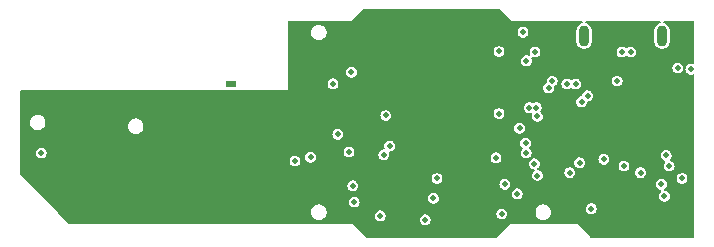
<source format=gbr>
%TF.GenerationSoftware,KiCad,Pcbnew,8.0.1*%
%TF.CreationDate,2024-10-15T00:35:35+02:00*%
%TF.ProjectId,InsuDos,496e7375-446f-4732-9e6b-696361645f70,rev?*%
%TF.SameCoordinates,Original*%
%TF.FileFunction,Copper,L3,Inr*%
%TF.FilePolarity,Positive*%
%FSLAX46Y46*%
G04 Gerber Fmt 4.6, Leading zero omitted, Abs format (unit mm)*
G04 Created by KiCad (PCBNEW 8.0.1) date 2024-10-15 00:35:35*
%MOMM*%
%LPD*%
G01*
G04 APERTURE LIST*
%TA.AperFunction,ComponentPad*%
%ADD10O,0.900000X1.800000*%
%TD*%
%TA.AperFunction,ComponentPad*%
%ADD11C,2.600000*%
%TD*%
%TA.AperFunction,ComponentPad*%
%ADD12R,0.900000X0.600000*%
%TD*%
%TA.AperFunction,ViaPad*%
%ADD13C,0.510000*%
%TD*%
G04 APERTURE END LIST*
D10*
%TO.N,Net-(J2-Shield)*%
%TO.C,J2*%
X77050000Y-157670500D03*
X70450000Y-157670500D03*
%TD*%
D11*
%TO.N,GND*%
%TO.C,H1*%
X28500000Y-165000000D03*
%TD*%
D12*
%TO.N,GND*%
%TO.C,AE1*%
X40600000Y-161750000D03*
%TD*%
D13*
%TO.N,GND*%
X52500000Y-170700000D03*
X46050000Y-170050000D03*
X45300000Y-171050000D03*
X28400000Y-168800000D03*
X26750000Y-172900000D03*
X78000000Y-167500000D03*
X67700000Y-173200000D03*
X65750000Y-164750000D03*
X72000000Y-161000000D03*
X79250000Y-174250000D03*
X25500000Y-171750000D03*
X31000000Y-170000000D03*
X29385713Y-162700000D03*
X40200000Y-172900000D03*
X68800000Y-156800000D03*
X73806702Y-169940000D03*
X64750000Y-159750000D03*
X30500000Y-166250000D03*
X25328571Y-162700000D03*
X56000000Y-166062500D03*
X79400000Y-162000000D03*
X34100000Y-168300000D03*
X62250000Y-174500000D03*
X27200000Y-170200000D03*
X44229032Y-163000000D03*
X29000000Y-169800000D03*
X36000000Y-163800000D03*
X56000000Y-164875000D03*
X38750000Y-164250000D03*
X39000000Y-167000000D03*
X42100000Y-168300000D03*
X42200000Y-171100000D03*
X30900000Y-164300000D03*
X50500000Y-163250000D03*
X76000000Y-174250000D03*
X48500000Y-169200000D03*
X51000000Y-158000000D03*
X76250000Y-173250000D03*
X34500000Y-169750000D03*
X70750000Y-168000000D03*
X78250000Y-169250000D03*
X46900000Y-158600000D03*
X61750000Y-173750000D03*
X67000000Y-167250000D03*
X58600000Y-174500000D03*
X33700000Y-172900000D03*
X45200000Y-168700000D03*
X23100000Y-169000000D03*
X79500000Y-171000000D03*
X45400000Y-172900000D03*
X66500000Y-162500000D03*
X70700000Y-173700000D03*
X69750000Y-170250000D03*
X62750000Y-170500000D03*
X31200000Y-172900000D03*
X60425000Y-174500000D03*
X26400000Y-163900000D03*
X45750000Y-161250000D03*
X39200000Y-170700000D03*
X66300000Y-170550000D03*
X55750000Y-160250000D03*
X23100000Y-162700000D03*
X51250000Y-169500000D03*
X65500000Y-168250000D03*
X70500000Y-162000000D03*
X43187500Y-164500000D03*
X55000000Y-155800000D03*
X63500000Y-173750000D03*
X73000000Y-159050000D03*
X53000000Y-161500000D03*
X29800000Y-170600000D03*
X41000000Y-169750000D03*
X60750000Y-163687500D03*
X45800000Y-157050000D03*
X32400000Y-163400000D03*
X63800000Y-161300000D03*
X79545000Y-157600000D03*
X40050000Y-163050000D03*
X56000000Y-163687500D03*
X45000000Y-165000000D03*
X60750000Y-167250000D03*
X79400000Y-164600000D03*
X47400000Y-173300000D03*
X79250000Y-167000000D03*
X52250000Y-174500000D03*
X56000000Y-167250000D03*
X44100000Y-172900000D03*
X42750000Y-165750000D03*
X32000000Y-171000000D03*
X63250000Y-160000000D03*
X57000000Y-156500000D03*
X56000000Y-172500000D03*
X44250000Y-164500000D03*
X44250000Y-165750000D03*
X79500000Y-168500000D03*
X43264516Y-163000000D03*
X37250000Y-165500000D03*
X67800000Y-158000000D03*
X35471426Y-162700000D03*
X36250000Y-164500000D03*
X42300000Y-163000000D03*
X25900000Y-168700000D03*
X37250000Y-167000000D03*
X79500000Y-169750000D03*
X48750000Y-163000000D03*
X48500000Y-166000000D03*
X45750000Y-159750000D03*
X72250000Y-167000000D03*
X39000000Y-165500000D03*
X54000000Y-174500000D03*
X31414284Y-162700000D03*
X26100000Y-166200000D03*
X24250000Y-170250000D03*
X42000000Y-172900000D03*
X27357142Y-162700000D03*
X38000000Y-163500000D03*
X60750000Y-166062500D03*
X52500000Y-165250000D03*
X30800000Y-171600000D03*
X47050000Y-171200000D03*
X62050000Y-161300000D03*
X23100000Y-164800000D03*
X37500000Y-162700000D03*
X64500000Y-167000000D03*
X47800000Y-159900000D03*
X69750000Y-159000000D03*
X75000000Y-164000000D03*
X33442855Y-162700000D03*
X40800000Y-163050000D03*
X78000000Y-170500000D03*
X62000000Y-157000000D03*
X63250000Y-156750000D03*
X31250000Y-168500000D03*
X41500000Y-166900000D03*
X54000000Y-161500000D03*
X58250000Y-165000000D03*
X49500000Y-170500000D03*
X41062500Y-164500000D03*
X70250000Y-172750000D03*
X61000000Y-156500000D03*
X40000000Y-164500000D03*
X72500000Y-172750000D03*
X60750000Y-162500000D03*
X35000000Y-165400000D03*
X62750000Y-155750000D03*
X60155000Y-169750000D03*
X45750000Y-158500000D03*
X42125000Y-164500000D03*
X28700000Y-172900000D03*
X62750000Y-172500000D03*
X75250000Y-170250000D03*
X59500000Y-172500000D03*
X56750000Y-172500000D03*
X52450000Y-156500000D03*
X37250000Y-169750000D03*
X37950000Y-172900000D03*
X65000000Y-169750000D03*
X27750000Y-167750000D03*
X37250000Y-168500000D03*
X78000000Y-172500000D03*
X30200000Y-169200000D03*
X32500000Y-168250000D03*
X52500000Y-163000000D03*
X53250000Y-158500000D03*
X66750000Y-166000000D03*
X63000000Y-169250000D03*
X45193550Y-163000000D03*
X75100000Y-159050000D03*
X47500000Y-160500000D03*
X66300000Y-173300000D03*
X60000000Y-173750000D03*
X56750000Y-159750000D03*
X48500000Y-164750000D03*
X34200000Y-163800000D03*
X50000000Y-164750000D03*
X40500000Y-165750000D03*
X54000000Y-163000000D03*
X79500000Y-172250000D03*
X57750000Y-157250000D03*
X39000000Y-168500000D03*
X34250000Y-166250000D03*
X60750000Y-164875000D03*
X37400000Y-164500000D03*
X65550000Y-159050000D03*
X28700000Y-171500000D03*
X66800000Y-156800000D03*
X51000000Y-164750000D03*
X56000000Y-162500000D03*
X51000000Y-157100000D03*
X35950000Y-172900000D03*
X23100000Y-167600000D03*
%TO.N,Net-(U3-bat)*%
X70250000Y-163250000D03*
X70750000Y-162750000D03*
%TO.N,/ldo*%
X50750000Y-160750000D03*
X63250000Y-159000000D03*
X72125000Y-168125000D03*
X63000000Y-168000000D03*
X66400000Y-163750000D03*
X57690150Y-171420181D03*
X53668651Y-164418651D03*
X65800000Y-163750000D03*
X73840100Y-168699900D03*
%TO.N,/RST*%
X63750000Y-170250000D03*
X58000000Y-169750000D03*
X66500000Y-169500000D03*
%TO.N,/5v*%
X78400000Y-160400000D03*
X79500000Y-160500000D03*
%TO.N,/M_clk*%
X47300000Y-167957700D03*
%TO.N,/M_data*%
X45978272Y-168262212D03*
%TO.N,/chg*%
X65567445Y-159782555D03*
X67446181Y-162095000D03*
%TO.N,Net-(U3-bms)*%
X69750000Y-161750000D03*
X57000000Y-173250000D03*
%TO.N,/PWR_Mic*%
X50550000Y-167500000D03*
%TO.N,Net-(J2-ID)*%
X73250000Y-161500000D03*
%TO.N,/enter*%
X63500000Y-172750000D03*
X53200000Y-172900000D03*
%TO.N,Net-(BZ1-+)*%
X49600000Y-166000000D03*
%TO.N,/dose*%
X24500000Y-167600000D03*
%TO.N,Net-(U3-ntc)*%
X65285080Y-157370398D03*
X69000000Y-161750000D03*
%TO.N,/swclk*%
X63250000Y-164255000D03*
X66500000Y-164500000D03*
%TO.N,/USB_P*%
X73670000Y-159050000D03*
%TO.N,/USB_N*%
X74416550Y-159050000D03*
%TO.N,/cen*%
X66300000Y-159050000D03*
X67750000Y-161500000D03*
%TO.N,/res*%
X77000000Y-170250000D03*
%TO.N,/dc*%
X66250000Y-168500000D03*
X65500000Y-166750000D03*
X78750000Y-169750000D03*
%TO.N,/busy*%
X71050000Y-172300000D03*
X64800000Y-171050000D03*
X77250000Y-171250000D03*
%TO.N,/cs*%
X69250000Y-169250000D03*
X75250000Y-169250000D03*
X65000000Y-165500000D03*
%TO.N,/D_sclk*%
X77659676Y-168704838D03*
%TO.N,/D_Mosi*%
X65548380Y-167591773D03*
X70082341Y-168417659D03*
X77409676Y-167795162D03*
%TO.N,/dose*%
X50875000Y-170375000D03*
%TO.N,Net-(U4-PA5)*%
X51000000Y-171750000D03*
X53500000Y-167745000D03*
%TO.N,Net-(U4-PA6)*%
X49198988Y-161727247D03*
X54000000Y-167000000D03*
%TD*%
%TA.AperFunction,Conductor*%
%TO.N,GND*%
G36*
X63334133Y-155419407D02*
G01*
X63345946Y-155429496D01*
X64286426Y-156369976D01*
X64286427Y-156369976D01*
X64286428Y-156369977D01*
X64360117Y-156400500D01*
X64360118Y-156400500D01*
X64439883Y-156400500D01*
X70234029Y-156400500D01*
X70292220Y-156419407D01*
X70328184Y-156468907D01*
X70328184Y-156530093D01*
X70292220Y-156579593D01*
X70262770Y-156594236D01*
X70260259Y-156594997D01*
X70141874Y-156644034D01*
X70141866Y-156644038D01*
X70035331Y-156715224D01*
X70035327Y-156715227D01*
X69944727Y-156805827D01*
X69944725Y-156805830D01*
X69873538Y-156912366D01*
X69873534Y-156912374D01*
X69824500Y-157030752D01*
X69824499Y-157030755D01*
X69824499Y-157030756D01*
X69816320Y-157071873D01*
X69799500Y-157156430D01*
X69799500Y-158184569D01*
X69824499Y-158310242D01*
X69824500Y-158310247D01*
X69873534Y-158428625D01*
X69873538Y-158428633D01*
X69916365Y-158492726D01*
X69944724Y-158535169D01*
X70035331Y-158625776D01*
X70074903Y-158652217D01*
X70141866Y-158696961D01*
X70141870Y-158696963D01*
X70141873Y-158696965D01*
X70260256Y-158746001D01*
X70385931Y-158771000D01*
X70385932Y-158771000D01*
X70514068Y-158771000D01*
X70514069Y-158771000D01*
X70639744Y-158746001D01*
X70758127Y-158696965D01*
X70864669Y-158625776D01*
X70955276Y-158535169D01*
X71026465Y-158428627D01*
X71075501Y-158310244D01*
X71100500Y-158184569D01*
X71100500Y-157156431D01*
X71075501Y-157030756D01*
X71026465Y-156912373D01*
X71026463Y-156912370D01*
X71026461Y-156912366D01*
X70955275Y-156805830D01*
X70864672Y-156715227D01*
X70864669Y-156715224D01*
X70822226Y-156686865D01*
X70758133Y-156644038D01*
X70758125Y-156644034D01*
X70639740Y-156594997D01*
X70637230Y-156594236D01*
X70636245Y-156593550D01*
X70635251Y-156593138D01*
X70635341Y-156592919D01*
X70587035Y-156559250D01*
X70566990Y-156501441D01*
X70584753Y-156442891D01*
X70633538Y-156405963D01*
X70665971Y-156400500D01*
X76834029Y-156400500D01*
X76892220Y-156419407D01*
X76928184Y-156468907D01*
X76928184Y-156530093D01*
X76892220Y-156579593D01*
X76862770Y-156594236D01*
X76860259Y-156594997D01*
X76741874Y-156644034D01*
X76741866Y-156644038D01*
X76635331Y-156715224D01*
X76635327Y-156715227D01*
X76544727Y-156805827D01*
X76544725Y-156805830D01*
X76473538Y-156912366D01*
X76473534Y-156912374D01*
X76424500Y-157030752D01*
X76424499Y-157030755D01*
X76424499Y-157030756D01*
X76416320Y-157071873D01*
X76399500Y-157156430D01*
X76399500Y-158184569D01*
X76424499Y-158310242D01*
X76424500Y-158310247D01*
X76473534Y-158428625D01*
X76473538Y-158428633D01*
X76516365Y-158492726D01*
X76544724Y-158535169D01*
X76635331Y-158625776D01*
X76674903Y-158652217D01*
X76741866Y-158696961D01*
X76741870Y-158696963D01*
X76741873Y-158696965D01*
X76860256Y-158746001D01*
X76985931Y-158771000D01*
X76985932Y-158771000D01*
X77114068Y-158771000D01*
X77114069Y-158771000D01*
X77239744Y-158746001D01*
X77358127Y-158696965D01*
X77464669Y-158625776D01*
X77555276Y-158535169D01*
X77626465Y-158428627D01*
X77675501Y-158310244D01*
X77700500Y-158184569D01*
X77700500Y-157156431D01*
X77675501Y-157030756D01*
X77626465Y-156912373D01*
X77626463Y-156912370D01*
X77626461Y-156912366D01*
X77555275Y-156805830D01*
X77464672Y-156715227D01*
X77464669Y-156715224D01*
X77422226Y-156686865D01*
X77358133Y-156644038D01*
X77358125Y-156644034D01*
X77239740Y-156594997D01*
X77237230Y-156594236D01*
X77236245Y-156593550D01*
X77235251Y-156593138D01*
X77235341Y-156592919D01*
X77187035Y-156559250D01*
X77166990Y-156501441D01*
X77184753Y-156442891D01*
X77233538Y-156405963D01*
X77265971Y-156400500D01*
X79700500Y-156400500D01*
X79758691Y-156419407D01*
X79794655Y-156468907D01*
X79799500Y-156499500D01*
X79799500Y-159980962D01*
X79780593Y-160039153D01*
X79731093Y-160075117D01*
X79672609Y-160075952D01*
X79565494Y-160044500D01*
X79565491Y-160044500D01*
X79434509Y-160044500D01*
X79434507Y-160044500D01*
X79308833Y-160081402D01*
X79308828Y-160081404D01*
X79198648Y-160152213D01*
X79198643Y-160152217D01*
X79112869Y-160251205D01*
X79058456Y-160370351D01*
X79055180Y-160393134D01*
X79028182Y-160448041D01*
X79011783Y-160456693D01*
X79030370Y-160474756D01*
X79040803Y-160506868D01*
X79058456Y-160629648D01*
X79067200Y-160648794D01*
X79112869Y-160748794D01*
X79198644Y-160847784D01*
X79308833Y-160918598D01*
X79434509Y-160955500D01*
X79434510Y-160955500D01*
X79565490Y-160955500D01*
X79565491Y-160955500D01*
X79672609Y-160924047D01*
X79733768Y-160925794D01*
X79782221Y-160963157D01*
X79799500Y-161019037D01*
X79799500Y-174700500D01*
X79780593Y-174758691D01*
X79731093Y-174794655D01*
X79700500Y-174799500D01*
X71124058Y-174799500D01*
X71065867Y-174780593D01*
X71054054Y-174770504D01*
X70984050Y-174700500D01*
X69913574Y-173630024D01*
X69913572Y-173630023D01*
X69913571Y-173630022D01*
X69839883Y-173599500D01*
X69839882Y-173599500D01*
X64339882Y-173599500D01*
X64260118Y-173599500D01*
X64260117Y-173599500D01*
X64186428Y-173630022D01*
X63045946Y-174770504D01*
X62991429Y-174798281D01*
X62975942Y-174799500D01*
X52124058Y-174799500D01*
X52065867Y-174780593D01*
X52054054Y-174770504D01*
X51984050Y-174700500D01*
X50913574Y-173630024D01*
X50913572Y-173630023D01*
X50913571Y-173630022D01*
X50839883Y-173599500D01*
X50839882Y-173599500D01*
X26924058Y-173599500D01*
X26865867Y-173580593D01*
X26854054Y-173570504D01*
X25947619Y-172664069D01*
X47349500Y-172664069D01*
X47370641Y-172770351D01*
X47374499Y-172789742D01*
X47374500Y-172789747D01*
X47423534Y-172908125D01*
X47423538Y-172908133D01*
X47466365Y-172972226D01*
X47494724Y-173014669D01*
X47585331Y-173105276D01*
X47648848Y-173147717D01*
X47691866Y-173176461D01*
X47691870Y-173176463D01*
X47691873Y-173176465D01*
X47810256Y-173225501D01*
X47935931Y-173250500D01*
X47935932Y-173250500D01*
X48064068Y-173250500D01*
X48064069Y-173250500D01*
X48189744Y-173225501D01*
X48308127Y-173176465D01*
X48414669Y-173105276D01*
X48505276Y-173014669D01*
X48576465Y-172908127D01*
X48579830Y-172900002D01*
X52739816Y-172900002D01*
X52758456Y-173029648D01*
X52789572Y-173097782D01*
X52812869Y-173148794D01*
X52898644Y-173247784D01*
X53008833Y-173318598D01*
X53134509Y-173355500D01*
X53134510Y-173355500D01*
X53265490Y-173355500D01*
X53265491Y-173355500D01*
X53391167Y-173318598D01*
X53497905Y-173250002D01*
X56539816Y-173250002D01*
X56558456Y-173379648D01*
X56612869Y-173498794D01*
X56698644Y-173597784D01*
X56808833Y-173668598D01*
X56934509Y-173705500D01*
X56934510Y-173705500D01*
X57065490Y-173705500D01*
X57065491Y-173705500D01*
X57191167Y-173668598D01*
X57301356Y-173597784D01*
X57387131Y-173498794D01*
X57441543Y-173379649D01*
X57460112Y-173250500D01*
X57460184Y-173250002D01*
X57460184Y-173249997D01*
X57441543Y-173120351D01*
X57431236Y-173097782D01*
X57387131Y-173001206D01*
X57301356Y-172902216D01*
X57266239Y-172879648D01*
X57191171Y-172831404D01*
X57191168Y-172831403D01*
X57191167Y-172831402D01*
X57128329Y-172812951D01*
X57065492Y-172794500D01*
X57065491Y-172794500D01*
X56934509Y-172794500D01*
X56934507Y-172794500D01*
X56808833Y-172831402D01*
X56808828Y-172831404D01*
X56698648Y-172902213D01*
X56698643Y-172902217D01*
X56612869Y-173001205D01*
X56558456Y-173120351D01*
X56539816Y-173249997D01*
X56539816Y-173250002D01*
X53497905Y-173250002D01*
X53501356Y-173247784D01*
X53587131Y-173148794D01*
X53641543Y-173029649D01*
X53659015Y-172908133D01*
X53660184Y-172900002D01*
X53660184Y-172899997D01*
X53641543Y-172770351D01*
X53632250Y-172750002D01*
X63039816Y-172750002D01*
X63058456Y-172879648D01*
X63071465Y-172908133D01*
X63112869Y-172998794D01*
X63198644Y-173097784D01*
X63308833Y-173168598D01*
X63434509Y-173205500D01*
X63434510Y-173205500D01*
X63565490Y-173205500D01*
X63565491Y-173205500D01*
X63691167Y-173168598D01*
X63801356Y-173097784D01*
X63887131Y-172998794D01*
X63941543Y-172879649D01*
X63959393Y-172755500D01*
X63960184Y-172750002D01*
X63960184Y-172749997D01*
X63947829Y-172664069D01*
X66349500Y-172664069D01*
X66370641Y-172770351D01*
X66374499Y-172789742D01*
X66374500Y-172789747D01*
X66423534Y-172908125D01*
X66423538Y-172908133D01*
X66466365Y-172972226D01*
X66494724Y-173014669D01*
X66585331Y-173105276D01*
X66648848Y-173147717D01*
X66691866Y-173176461D01*
X66691870Y-173176463D01*
X66691873Y-173176465D01*
X66810256Y-173225501D01*
X66935931Y-173250500D01*
X66935932Y-173250500D01*
X67064068Y-173250500D01*
X67064069Y-173250500D01*
X67189744Y-173225501D01*
X67308127Y-173176465D01*
X67414669Y-173105276D01*
X67505276Y-173014669D01*
X67576465Y-172908127D01*
X67625501Y-172789744D01*
X67650500Y-172664069D01*
X67650500Y-172535931D01*
X67625501Y-172410256D01*
X67579832Y-172300002D01*
X70589816Y-172300002D01*
X70608456Y-172429648D01*
X70641136Y-172501206D01*
X70662869Y-172548794D01*
X70748644Y-172647784D01*
X70858833Y-172718598D01*
X70984509Y-172755500D01*
X70984510Y-172755500D01*
X71115490Y-172755500D01*
X71115491Y-172755500D01*
X71241167Y-172718598D01*
X71351356Y-172647784D01*
X71437131Y-172548794D01*
X71491543Y-172429649D01*
X71510184Y-172300000D01*
X71509393Y-172294500D01*
X71491543Y-172170351D01*
X71458403Y-172097786D01*
X71437131Y-172051206D01*
X71351356Y-171952216D01*
X71321372Y-171932946D01*
X71241171Y-171881404D01*
X71241168Y-171881403D01*
X71241167Y-171881402D01*
X71178329Y-171862951D01*
X71115492Y-171844500D01*
X71115491Y-171844500D01*
X70984509Y-171844500D01*
X70984507Y-171844500D01*
X70858833Y-171881402D01*
X70858828Y-171881404D01*
X70748648Y-171952213D01*
X70748643Y-171952217D01*
X70662869Y-172051205D01*
X70608456Y-172170351D01*
X70589816Y-172299997D01*
X70589816Y-172300002D01*
X67579832Y-172300002D01*
X67576465Y-172291873D01*
X67576463Y-172291870D01*
X67576461Y-172291866D01*
X67518752Y-172205500D01*
X67505276Y-172185331D01*
X67414669Y-172094724D01*
X67349540Y-172051206D01*
X67308133Y-172023538D01*
X67308125Y-172023534D01*
X67189747Y-171974500D01*
X67189745Y-171974499D01*
X67189744Y-171974499D01*
X67064069Y-171949500D01*
X66935931Y-171949500D01*
X66935930Y-171949500D01*
X66873093Y-171961999D01*
X66810256Y-171974499D01*
X66810255Y-171974499D01*
X66810252Y-171974500D01*
X66691874Y-172023534D01*
X66691866Y-172023538D01*
X66585331Y-172094724D01*
X66585327Y-172094727D01*
X66494727Y-172185327D01*
X66494724Y-172185331D01*
X66423538Y-172291866D01*
X66423534Y-172291874D01*
X66374500Y-172410252D01*
X66374499Y-172410255D01*
X66374499Y-172410256D01*
X66349500Y-172535931D01*
X66349500Y-172664069D01*
X63947829Y-172664069D01*
X63941543Y-172620351D01*
X63910427Y-172552217D01*
X63887131Y-172501206D01*
X63801356Y-172402216D01*
X63771372Y-172382946D01*
X63691171Y-172331404D01*
X63691168Y-172331403D01*
X63691167Y-172331402D01*
X63628329Y-172312951D01*
X63565492Y-172294500D01*
X63565491Y-172294500D01*
X63434509Y-172294500D01*
X63434507Y-172294500D01*
X63308833Y-172331402D01*
X63308828Y-172331404D01*
X63198648Y-172402213D01*
X63198643Y-172402217D01*
X63112869Y-172501205D01*
X63058456Y-172620351D01*
X63039816Y-172749997D01*
X63039816Y-172750002D01*
X53632250Y-172750002D01*
X53632249Y-172750000D01*
X53587131Y-172651206D01*
X53501356Y-172552216D01*
X53421983Y-172501206D01*
X53391171Y-172481404D01*
X53391168Y-172481403D01*
X53391167Y-172481402D01*
X53328329Y-172462951D01*
X53265492Y-172444500D01*
X53265491Y-172444500D01*
X53134509Y-172444500D01*
X53134507Y-172444500D01*
X53008833Y-172481402D01*
X53008828Y-172481404D01*
X52898648Y-172552213D01*
X52898643Y-172552217D01*
X52812869Y-172651205D01*
X52758456Y-172770351D01*
X52739816Y-172899997D01*
X52739816Y-172900002D01*
X48579830Y-172900002D01*
X48625501Y-172789744D01*
X48650500Y-172664069D01*
X48650500Y-172535931D01*
X48625501Y-172410256D01*
X48576465Y-172291873D01*
X48576463Y-172291870D01*
X48576461Y-172291866D01*
X48518752Y-172205500D01*
X48505276Y-172185331D01*
X48414669Y-172094724D01*
X48349540Y-172051206D01*
X48308133Y-172023538D01*
X48308125Y-172023534D01*
X48189747Y-171974500D01*
X48189745Y-171974499D01*
X48189744Y-171974499D01*
X48064069Y-171949500D01*
X47935931Y-171949500D01*
X47935930Y-171949500D01*
X47873093Y-171961999D01*
X47810256Y-171974499D01*
X47810255Y-171974499D01*
X47810252Y-171974500D01*
X47691874Y-172023534D01*
X47691866Y-172023538D01*
X47585331Y-172094724D01*
X47585327Y-172094727D01*
X47494727Y-172185327D01*
X47494724Y-172185331D01*
X47423538Y-172291866D01*
X47423534Y-172291874D01*
X47374500Y-172410252D01*
X47374499Y-172410255D01*
X47374499Y-172410256D01*
X47349500Y-172535931D01*
X47349500Y-172664069D01*
X25947619Y-172664069D01*
X25033552Y-171750002D01*
X50539816Y-171750002D01*
X50558456Y-171879648D01*
X50559258Y-171881404D01*
X50612869Y-171998794D01*
X50698644Y-172097784D01*
X50808833Y-172168598D01*
X50934509Y-172205500D01*
X50934510Y-172205500D01*
X51065490Y-172205500D01*
X51065491Y-172205500D01*
X51191167Y-172168598D01*
X51301356Y-172097784D01*
X51387131Y-171998794D01*
X51441543Y-171879649D01*
X51460184Y-171750000D01*
X51441543Y-171620351D01*
X51387131Y-171501206D01*
X51316924Y-171420183D01*
X57229966Y-171420183D01*
X57248606Y-171549829D01*
X57270506Y-171597782D01*
X57303019Y-171668975D01*
X57388794Y-171767965D01*
X57498983Y-171838779D01*
X57624659Y-171875681D01*
X57624660Y-171875681D01*
X57755640Y-171875681D01*
X57755641Y-171875681D01*
X57881317Y-171838779D01*
X57991506Y-171767965D01*
X58077281Y-171668975D01*
X58131693Y-171549830D01*
X58150334Y-171420181D01*
X58147113Y-171397782D01*
X58131693Y-171290532D01*
X58113183Y-171250002D01*
X58077281Y-171171387D01*
X57991506Y-171072397D01*
X57956659Y-171050002D01*
X64339816Y-171050002D01*
X64358456Y-171179648D01*
X64390584Y-171249997D01*
X64412869Y-171298794D01*
X64498644Y-171397784D01*
X64608833Y-171468598D01*
X64734509Y-171505500D01*
X64734510Y-171505500D01*
X64865490Y-171505500D01*
X64865491Y-171505500D01*
X64991167Y-171468598D01*
X65101356Y-171397784D01*
X65187131Y-171298794D01*
X65241543Y-171179649D01*
X65260184Y-171050000D01*
X65253168Y-171001206D01*
X65241543Y-170920351D01*
X65226140Y-170886624D01*
X65187131Y-170801206D01*
X65101356Y-170702216D01*
X65049041Y-170668595D01*
X64991171Y-170631404D01*
X64991168Y-170631403D01*
X64991167Y-170631402D01*
X64928329Y-170612951D01*
X64865492Y-170594500D01*
X64865491Y-170594500D01*
X64734509Y-170594500D01*
X64734507Y-170594500D01*
X64608833Y-170631402D01*
X64608828Y-170631404D01*
X64498648Y-170702213D01*
X64498643Y-170702217D01*
X64412869Y-170801205D01*
X64358456Y-170920351D01*
X64339816Y-171049997D01*
X64339816Y-171050002D01*
X57956659Y-171050002D01*
X57956651Y-171049997D01*
X57881321Y-171001585D01*
X57881318Y-171001584D01*
X57881317Y-171001583D01*
X57818479Y-170983132D01*
X57755642Y-170964681D01*
X57755641Y-170964681D01*
X57624659Y-170964681D01*
X57624657Y-170964681D01*
X57498983Y-171001583D01*
X57498978Y-171001585D01*
X57388798Y-171072394D01*
X57388793Y-171072398D01*
X57303019Y-171171386D01*
X57248606Y-171290532D01*
X57229966Y-171420178D01*
X57229966Y-171420183D01*
X51316924Y-171420183D01*
X51301356Y-171402216D01*
X51266239Y-171379648D01*
X51191171Y-171331404D01*
X51191168Y-171331403D01*
X51191167Y-171331402D01*
X51128329Y-171312951D01*
X51065492Y-171294500D01*
X51065491Y-171294500D01*
X50934509Y-171294500D01*
X50934507Y-171294500D01*
X50808833Y-171331402D01*
X50808828Y-171331404D01*
X50698648Y-171402213D01*
X50698643Y-171402217D01*
X50612869Y-171501205D01*
X50558456Y-171620351D01*
X50539816Y-171749997D01*
X50539816Y-171750002D01*
X25033552Y-171750002D01*
X23658552Y-170375002D01*
X50414816Y-170375002D01*
X50433456Y-170504648D01*
X50475991Y-170597786D01*
X50487869Y-170623794D01*
X50573644Y-170722784D01*
X50683833Y-170793598D01*
X50809509Y-170830500D01*
X50809510Y-170830500D01*
X50940490Y-170830500D01*
X50940491Y-170830500D01*
X51066167Y-170793598D01*
X51176356Y-170722784D01*
X51262131Y-170623794D01*
X51316543Y-170504649D01*
X51335184Y-170375000D01*
X51317212Y-170250002D01*
X63289816Y-170250002D01*
X63308456Y-170379648D01*
X63362869Y-170498794D01*
X63448644Y-170597784D01*
X63558833Y-170668598D01*
X63684509Y-170705500D01*
X63684510Y-170705500D01*
X63815490Y-170705500D01*
X63815491Y-170705500D01*
X63941167Y-170668598D01*
X64051356Y-170597784D01*
X64137131Y-170498794D01*
X64191543Y-170379649D01*
X64210184Y-170250002D01*
X76539816Y-170250002D01*
X76558456Y-170379648D01*
X76612869Y-170498794D01*
X76698644Y-170597784D01*
X76808833Y-170668598D01*
X76923315Y-170702213D01*
X76934505Y-170705499D01*
X76934509Y-170705500D01*
X76941303Y-170707495D01*
X76940864Y-170708990D01*
X76988365Y-170732337D01*
X77016925Y-170786448D01*
X77008225Y-170847011D01*
X76972903Y-170886624D01*
X76948649Y-170902211D01*
X76948643Y-170902217D01*
X76862869Y-171001205D01*
X76808456Y-171120351D01*
X76789816Y-171249997D01*
X76789816Y-171250002D01*
X76808456Y-171379648D01*
X76849078Y-171468597D01*
X76862869Y-171498794D01*
X76948644Y-171597784D01*
X77058833Y-171668598D01*
X77184509Y-171705500D01*
X77184510Y-171705500D01*
X77315490Y-171705500D01*
X77315491Y-171705500D01*
X77441167Y-171668598D01*
X77551356Y-171597784D01*
X77637131Y-171498794D01*
X77691543Y-171379649D01*
X77710184Y-171250000D01*
X77691543Y-171120351D01*
X77637131Y-171001206D01*
X77551356Y-170902216D01*
X77521372Y-170882946D01*
X77441171Y-170831404D01*
X77441168Y-170831403D01*
X77441167Y-170831402D01*
X77315491Y-170794500D01*
X77308697Y-170792505D01*
X77309135Y-170791012D01*
X77261624Y-170767652D01*
X77233072Y-170713537D01*
X77241780Y-170652975D01*
X77277096Y-170613374D01*
X77301356Y-170597784D01*
X77387131Y-170498794D01*
X77441543Y-170379649D01*
X77460184Y-170250000D01*
X77441543Y-170120351D01*
X77387131Y-170001206D01*
X77301356Y-169902216D01*
X77266239Y-169879648D01*
X77191171Y-169831404D01*
X77191168Y-169831403D01*
X77191167Y-169831402D01*
X77128329Y-169812951D01*
X77065492Y-169794500D01*
X77065491Y-169794500D01*
X76934509Y-169794500D01*
X76934507Y-169794500D01*
X76808833Y-169831402D01*
X76808828Y-169831404D01*
X76698648Y-169902213D01*
X76698643Y-169902217D01*
X76612869Y-170001205D01*
X76558456Y-170120351D01*
X76539816Y-170249997D01*
X76539816Y-170250002D01*
X64210184Y-170250002D01*
X64210184Y-170250000D01*
X64191543Y-170120351D01*
X64137131Y-170001206D01*
X64051356Y-169902216D01*
X64016239Y-169879648D01*
X63941171Y-169831404D01*
X63941168Y-169831403D01*
X63941167Y-169831402D01*
X63878329Y-169812951D01*
X63815492Y-169794500D01*
X63815491Y-169794500D01*
X63684509Y-169794500D01*
X63684507Y-169794500D01*
X63558833Y-169831402D01*
X63558828Y-169831404D01*
X63448648Y-169902213D01*
X63448643Y-169902217D01*
X63362869Y-170001205D01*
X63308456Y-170120351D01*
X63289816Y-170249997D01*
X63289816Y-170250002D01*
X51317212Y-170250002D01*
X51316543Y-170245351D01*
X51262131Y-170126206D01*
X51176356Y-170027216D01*
X51135882Y-170001205D01*
X51066171Y-169956404D01*
X51066168Y-169956403D01*
X51066167Y-169956402D01*
X51003329Y-169937951D01*
X50940492Y-169919500D01*
X50940491Y-169919500D01*
X50809509Y-169919500D01*
X50809507Y-169919500D01*
X50683833Y-169956402D01*
X50683828Y-169956404D01*
X50573648Y-170027213D01*
X50573643Y-170027217D01*
X50487869Y-170126205D01*
X50433456Y-170245351D01*
X50414816Y-170374997D01*
X50414816Y-170375002D01*
X23658552Y-170375002D01*
X23033552Y-169750002D01*
X57539816Y-169750002D01*
X57558456Y-169879648D01*
X57576656Y-169919500D01*
X57612869Y-169998794D01*
X57698644Y-170097784D01*
X57808833Y-170168598D01*
X57934509Y-170205500D01*
X57934510Y-170205500D01*
X58065490Y-170205500D01*
X58065491Y-170205500D01*
X58191167Y-170168598D01*
X58301356Y-170097784D01*
X58387131Y-169998794D01*
X58441543Y-169879649D01*
X58460184Y-169750000D01*
X58441543Y-169620351D01*
X58387131Y-169501206D01*
X58301356Y-169402216D01*
X58251773Y-169370351D01*
X58191171Y-169331404D01*
X58191168Y-169331403D01*
X58191167Y-169331402D01*
X58128329Y-169312951D01*
X58065492Y-169294500D01*
X58065491Y-169294500D01*
X57934509Y-169294500D01*
X57934507Y-169294500D01*
X57808833Y-169331402D01*
X57808828Y-169331404D01*
X57698648Y-169402213D01*
X57698643Y-169402217D01*
X57612869Y-169501205D01*
X57558456Y-169620351D01*
X57539816Y-169749997D01*
X57539816Y-169750002D01*
X23033552Y-169750002D01*
X22729496Y-169445946D01*
X22701719Y-169391429D01*
X22700500Y-169375942D01*
X22700500Y-168262214D01*
X45518088Y-168262214D01*
X45536728Y-168391860D01*
X45573686Y-168472786D01*
X45591141Y-168511006D01*
X45676916Y-168609996D01*
X45787105Y-168680810D01*
X45912781Y-168717712D01*
X45912782Y-168717712D01*
X46043762Y-168717712D01*
X46043763Y-168717712D01*
X46169439Y-168680810D01*
X46279628Y-168609996D01*
X46365403Y-168511006D01*
X46370428Y-168500002D01*
X65789816Y-168500002D01*
X65808456Y-168629648D01*
X65842793Y-168704835D01*
X65862869Y-168748794D01*
X65948644Y-168847784D01*
X66058833Y-168918598D01*
X66184509Y-168955500D01*
X66191303Y-168957495D01*
X66190864Y-168958990D01*
X66238365Y-168982337D01*
X66266925Y-169036448D01*
X66258225Y-169097011D01*
X66222903Y-169136624D01*
X66198649Y-169152211D01*
X66198643Y-169152217D01*
X66112869Y-169251205D01*
X66058456Y-169370351D01*
X66039816Y-169499997D01*
X66039816Y-169500002D01*
X66058456Y-169629648D01*
X66093097Y-169705499D01*
X66112869Y-169748794D01*
X66198644Y-169847784D01*
X66308833Y-169918598D01*
X66434509Y-169955500D01*
X66434510Y-169955500D01*
X66565490Y-169955500D01*
X66565491Y-169955500D01*
X66691167Y-169918598D01*
X66801356Y-169847784D01*
X66886084Y-169750002D01*
X78289816Y-169750002D01*
X78308456Y-169879648D01*
X78326656Y-169919500D01*
X78362869Y-169998794D01*
X78448644Y-170097784D01*
X78558833Y-170168598D01*
X78684509Y-170205500D01*
X78684510Y-170205500D01*
X78815490Y-170205500D01*
X78815491Y-170205500D01*
X78941167Y-170168598D01*
X79051356Y-170097784D01*
X79137131Y-169998794D01*
X79191543Y-169879649D01*
X79210184Y-169750000D01*
X79191543Y-169620351D01*
X79137131Y-169501206D01*
X79051356Y-169402216D01*
X79001773Y-169370351D01*
X78941171Y-169331404D01*
X78941168Y-169331403D01*
X78941167Y-169331402D01*
X78878329Y-169312951D01*
X78815492Y-169294500D01*
X78815491Y-169294500D01*
X78684509Y-169294500D01*
X78684507Y-169294500D01*
X78558833Y-169331402D01*
X78558828Y-169331404D01*
X78448648Y-169402213D01*
X78448643Y-169402217D01*
X78362869Y-169501205D01*
X78308456Y-169620351D01*
X78289816Y-169749997D01*
X78289816Y-169750002D01*
X66886084Y-169750002D01*
X66887131Y-169748794D01*
X66941543Y-169629649D01*
X66960184Y-169500000D01*
X66941543Y-169370351D01*
X66887131Y-169251206D01*
X66886088Y-169250002D01*
X68789816Y-169250002D01*
X68808456Y-169379648D01*
X68825492Y-169416950D01*
X68862869Y-169498794D01*
X68948644Y-169597784D01*
X69058833Y-169668598D01*
X69184509Y-169705500D01*
X69184510Y-169705500D01*
X69315490Y-169705500D01*
X69315491Y-169705500D01*
X69441167Y-169668598D01*
X69551356Y-169597784D01*
X69637131Y-169498794D01*
X69691543Y-169379649D01*
X69710184Y-169250002D01*
X74789816Y-169250002D01*
X74808456Y-169379648D01*
X74825492Y-169416950D01*
X74862869Y-169498794D01*
X74948644Y-169597784D01*
X75058833Y-169668598D01*
X75184509Y-169705500D01*
X75184510Y-169705500D01*
X75315490Y-169705500D01*
X75315491Y-169705500D01*
X75441167Y-169668598D01*
X75551356Y-169597784D01*
X75637131Y-169498794D01*
X75691543Y-169379649D01*
X75710184Y-169250000D01*
X75691543Y-169120351D01*
X75637131Y-169001206D01*
X75551356Y-168902216D01*
X75506141Y-168873158D01*
X75441171Y-168831404D01*
X75441168Y-168831403D01*
X75441167Y-168831402D01*
X75378329Y-168812951D01*
X75315492Y-168794500D01*
X75315491Y-168794500D01*
X75184509Y-168794500D01*
X75184507Y-168794500D01*
X75058833Y-168831402D01*
X75058828Y-168831404D01*
X74948648Y-168902213D01*
X74948643Y-168902217D01*
X74862869Y-169001205D01*
X74808456Y-169120351D01*
X74789816Y-169249997D01*
X74789816Y-169250002D01*
X69710184Y-169250002D01*
X69710184Y-169250000D01*
X69691543Y-169120351D01*
X69637131Y-169001206D01*
X69551356Y-168902216D01*
X69506141Y-168873158D01*
X69441171Y-168831404D01*
X69441168Y-168831403D01*
X69441167Y-168831402D01*
X69378329Y-168812951D01*
X69315492Y-168794500D01*
X69315491Y-168794500D01*
X69184509Y-168794500D01*
X69184507Y-168794500D01*
X69058833Y-168831402D01*
X69058828Y-168831404D01*
X68948648Y-168902213D01*
X68948643Y-168902217D01*
X68862869Y-169001205D01*
X68808456Y-169120351D01*
X68789816Y-169249997D01*
X68789816Y-169250002D01*
X66886088Y-169250002D01*
X66801356Y-169152216D01*
X66771372Y-169132946D01*
X66691171Y-169081404D01*
X66691168Y-169081403D01*
X66691167Y-169081402D01*
X66590028Y-169051704D01*
X66558697Y-169042505D01*
X66559135Y-169041012D01*
X66511624Y-169017652D01*
X66483072Y-168963537D01*
X66491780Y-168902975D01*
X66527096Y-168863374D01*
X66551356Y-168847784D01*
X66637131Y-168748794D01*
X66691543Y-168629649D01*
X66703382Y-168547307D01*
X66710184Y-168500002D01*
X66710184Y-168499997D01*
X66698345Y-168417661D01*
X69622157Y-168417661D01*
X69640797Y-168547307D01*
X69678402Y-168629649D01*
X69695210Y-168666453D01*
X69780985Y-168765443D01*
X69826199Y-168794500D01*
X69883622Y-168831404D01*
X69891174Y-168836257D01*
X70016850Y-168873159D01*
X70016851Y-168873159D01*
X70147831Y-168873159D01*
X70147832Y-168873159D01*
X70273508Y-168836257D01*
X70383697Y-168765443D01*
X70440488Y-168699902D01*
X73379916Y-168699902D01*
X73398556Y-168829548D01*
X73452969Y-168948694D01*
X73538744Y-169047684D01*
X73648933Y-169118498D01*
X73774609Y-169155400D01*
X73774610Y-169155400D01*
X73905590Y-169155400D01*
X73905591Y-169155400D01*
X74031267Y-169118498D01*
X74141456Y-169047684D01*
X74227231Y-168948694D01*
X74281643Y-168829549D01*
X74290860Y-168765443D01*
X74300284Y-168699902D01*
X74300284Y-168699897D01*
X74281643Y-168570251D01*
X74269470Y-168543597D01*
X74227231Y-168451106D01*
X74141456Y-168352116D01*
X74098192Y-168324312D01*
X74031271Y-168281304D01*
X74031268Y-168281303D01*
X74031267Y-168281302D01*
X73940496Y-168254649D01*
X73905592Y-168244400D01*
X73905591Y-168244400D01*
X73774609Y-168244400D01*
X73774607Y-168244400D01*
X73648933Y-168281302D01*
X73648928Y-168281304D01*
X73538748Y-168352113D01*
X73538743Y-168352117D01*
X73452969Y-168451105D01*
X73398556Y-168570251D01*
X73379916Y-168699897D01*
X73379916Y-168699902D01*
X70440488Y-168699902D01*
X70469472Y-168666453D01*
X70523884Y-168547308D01*
X70537084Y-168455500D01*
X70542525Y-168417661D01*
X70542525Y-168417656D01*
X70523884Y-168288010D01*
X70507076Y-168251206D01*
X70469472Y-168168865D01*
X70431465Y-168125002D01*
X71664816Y-168125002D01*
X71683456Y-168254648D01*
X71736297Y-168370351D01*
X71737869Y-168373794D01*
X71823644Y-168472784D01*
X71933833Y-168543598D01*
X72059509Y-168580500D01*
X72059510Y-168580500D01*
X72190490Y-168580500D01*
X72190491Y-168580500D01*
X72316167Y-168543598D01*
X72426356Y-168472784D01*
X72512131Y-168373794D01*
X72566543Y-168254649D01*
X72578877Y-168168864D01*
X72585184Y-168125002D01*
X72585184Y-168124997D01*
X72566543Y-167995351D01*
X72565832Y-167993794D01*
X72512131Y-167876206D01*
X72441908Y-167795164D01*
X76949492Y-167795164D01*
X76968132Y-167924810D01*
X77002042Y-167999061D01*
X77022545Y-168043956D01*
X77108320Y-168142946D01*
X77218509Y-168213760D01*
X77281137Y-168232149D01*
X77331643Y-168266685D01*
X77352205Y-168324312D01*
X77334967Y-168383019D01*
X77328065Y-168391970D01*
X77272544Y-168456045D01*
X77218132Y-168575189D01*
X77199492Y-168704835D01*
X77199492Y-168704840D01*
X77218132Y-168834486D01*
X77256544Y-168918595D01*
X77272545Y-168953632D01*
X77358320Y-169052622D01*
X77403103Y-169081402D01*
X77463708Y-169120351D01*
X77468509Y-169123436D01*
X77594185Y-169160338D01*
X77594186Y-169160338D01*
X77725166Y-169160338D01*
X77725167Y-169160338D01*
X77850843Y-169123436D01*
X77961032Y-169052622D01*
X78046807Y-168953632D01*
X78101219Y-168834487D01*
X78111146Y-168765443D01*
X78119860Y-168704840D01*
X78119860Y-168704835D01*
X78101219Y-168575189D01*
X78066881Y-168500000D01*
X78046807Y-168456044D01*
X77961032Y-168357054D01*
X77931048Y-168337784D01*
X77850847Y-168286242D01*
X77850837Y-168286237D01*
X77788213Y-168267849D01*
X77737707Y-168233313D01*
X77717146Y-168175686D01*
X77734385Y-168116979D01*
X77741274Y-168108043D01*
X77796807Y-168043956D01*
X77851219Y-167924811D01*
X77865131Y-167828051D01*
X77869860Y-167795164D01*
X77869860Y-167795159D01*
X77851219Y-167665513D01*
X77834840Y-167629648D01*
X77796807Y-167546368D01*
X77711032Y-167447378D01*
X77673021Y-167422950D01*
X77600847Y-167376566D01*
X77600844Y-167376565D01*
X77600843Y-167376564D01*
X77502828Y-167347784D01*
X77475168Y-167339662D01*
X77475167Y-167339662D01*
X77344185Y-167339662D01*
X77344183Y-167339662D01*
X77218509Y-167376564D01*
X77218504Y-167376566D01*
X77108324Y-167447375D01*
X77108319Y-167447379D01*
X77022545Y-167546367D01*
X76968132Y-167665513D01*
X76949492Y-167795159D01*
X76949492Y-167795164D01*
X72441908Y-167795164D01*
X72426356Y-167777216D01*
X72385882Y-167751205D01*
X72316171Y-167706404D01*
X72316168Y-167706403D01*
X72316167Y-167706402D01*
X72253329Y-167687951D01*
X72190492Y-167669500D01*
X72190491Y-167669500D01*
X72059509Y-167669500D01*
X72059507Y-167669500D01*
X71933833Y-167706402D01*
X71933828Y-167706404D01*
X71823648Y-167777213D01*
X71823643Y-167777217D01*
X71737869Y-167876205D01*
X71683456Y-167995351D01*
X71664816Y-168124997D01*
X71664816Y-168125002D01*
X70431465Y-168125002D01*
X70383697Y-168069875D01*
X70343363Y-168043954D01*
X70273512Y-167999063D01*
X70273509Y-167999062D01*
X70273508Y-167999061D01*
X70210670Y-167980610D01*
X70147833Y-167962159D01*
X70147832Y-167962159D01*
X70016850Y-167962159D01*
X70016848Y-167962159D01*
X69891174Y-167999061D01*
X69891169Y-167999063D01*
X69780989Y-168069872D01*
X69780984Y-168069876D01*
X69695210Y-168168864D01*
X69640797Y-168288010D01*
X69622157Y-168417656D01*
X69622157Y-168417661D01*
X66698345Y-168417661D01*
X66691543Y-168370351D01*
X66681236Y-168347782D01*
X66637131Y-168251206D01*
X66551356Y-168152216D01*
X66482598Y-168108028D01*
X66441171Y-168081404D01*
X66441168Y-168081403D01*
X66441167Y-168081402D01*
X66378329Y-168062951D01*
X66315492Y-168044500D01*
X66315491Y-168044500D01*
X66184509Y-168044500D01*
X66184507Y-168044500D01*
X66058833Y-168081402D01*
X66058828Y-168081404D01*
X65948648Y-168152213D01*
X65948643Y-168152217D01*
X65862869Y-168251205D01*
X65808456Y-168370351D01*
X65789816Y-168499997D01*
X65789816Y-168500002D01*
X46370428Y-168500002D01*
X46419815Y-168391861D01*
X46438456Y-168262212D01*
X46437368Y-168254648D01*
X46419815Y-168132563D01*
X46401648Y-168092784D01*
X46365403Y-168013418D01*
X46317125Y-167957702D01*
X46839816Y-167957702D01*
X46858456Y-168087348D01*
X46893278Y-168163597D01*
X46912869Y-168206494D01*
X46998644Y-168305484D01*
X47071200Y-168352113D01*
X47104936Y-168373794D01*
X47108833Y-168376298D01*
X47234509Y-168413200D01*
X47234510Y-168413200D01*
X47365490Y-168413200D01*
X47365491Y-168413200D01*
X47491167Y-168376298D01*
X47601356Y-168305484D01*
X47687131Y-168206494D01*
X47741543Y-168087349D01*
X47751428Y-168018597D01*
X47760184Y-167957702D01*
X47760184Y-167957697D01*
X47741543Y-167828051D01*
X47726523Y-167795162D01*
X47687131Y-167708906D01*
X47601356Y-167609916D01*
X47571372Y-167590646D01*
X47491171Y-167539104D01*
X47491168Y-167539103D01*
X47491167Y-167539102D01*
X47428329Y-167520651D01*
X47365492Y-167502200D01*
X47365491Y-167502200D01*
X47234509Y-167502200D01*
X47234507Y-167502200D01*
X47108833Y-167539102D01*
X47108828Y-167539104D01*
X46998648Y-167609913D01*
X46998643Y-167609917D01*
X46912869Y-167708905D01*
X46858456Y-167828051D01*
X46839816Y-167957697D01*
X46839816Y-167957702D01*
X46317125Y-167957702D01*
X46279628Y-167914428D01*
X46249644Y-167895158D01*
X46169443Y-167843616D01*
X46169440Y-167843615D01*
X46169439Y-167843614D01*
X46106601Y-167825163D01*
X46043764Y-167806712D01*
X46043763Y-167806712D01*
X45912781Y-167806712D01*
X45912779Y-167806712D01*
X45787105Y-167843614D01*
X45787100Y-167843616D01*
X45676920Y-167914425D01*
X45676915Y-167914429D01*
X45591141Y-168013417D01*
X45536728Y-168132563D01*
X45518088Y-168262209D01*
X45518088Y-168262214D01*
X22700500Y-168262214D01*
X22700500Y-167600002D01*
X24039816Y-167600002D01*
X24058456Y-167729648D01*
X24103396Y-167828051D01*
X24112869Y-167848794D01*
X24198644Y-167947784D01*
X24270237Y-167993794D01*
X24296031Y-168010371D01*
X24308833Y-168018598D01*
X24434509Y-168055500D01*
X24434510Y-168055500D01*
X24565490Y-168055500D01*
X24565491Y-168055500D01*
X24691167Y-168018598D01*
X24801356Y-167947784D01*
X24887131Y-167848794D01*
X24941543Y-167729649D01*
X24958758Y-167609917D01*
X24960184Y-167600002D01*
X24960184Y-167599997D01*
X24945806Y-167500002D01*
X50089816Y-167500002D01*
X50108456Y-167629648D01*
X50154125Y-167729648D01*
X50162869Y-167748794D01*
X50248644Y-167847784D01*
X50290447Y-167874649D01*
X50352339Y-167914425D01*
X50358833Y-167918598D01*
X50484509Y-167955500D01*
X50484510Y-167955500D01*
X50615490Y-167955500D01*
X50615491Y-167955500D01*
X50741167Y-167918598D01*
X50851356Y-167847784D01*
X50937131Y-167748794D01*
X50938863Y-167745002D01*
X53039816Y-167745002D01*
X53058456Y-167874648D01*
X53096384Y-167957697D01*
X53112869Y-167993794D01*
X53198644Y-168092784D01*
X53276695Y-168142944D01*
X53291117Y-168152213D01*
X53308833Y-168163598D01*
X53434509Y-168200500D01*
X53434510Y-168200500D01*
X53565490Y-168200500D01*
X53565491Y-168200500D01*
X53691167Y-168163598D01*
X53801356Y-168092784D01*
X53881752Y-168000002D01*
X62539816Y-168000002D01*
X62558456Y-168129648D01*
X62590813Y-168200499D01*
X62612869Y-168248794D01*
X62698644Y-168347784D01*
X62743013Y-168376298D01*
X62800433Y-168413200D01*
X62808833Y-168418598D01*
X62934509Y-168455500D01*
X62934510Y-168455500D01*
X63065490Y-168455500D01*
X63065491Y-168455500D01*
X63191167Y-168418598D01*
X63301356Y-168347784D01*
X63387131Y-168248794D01*
X63441543Y-168129649D01*
X63457510Y-168018597D01*
X63460184Y-168000002D01*
X63460184Y-167999997D01*
X63441543Y-167870351D01*
X63429333Y-167843616D01*
X63387131Y-167751206D01*
X63301356Y-167652216D01*
X63243993Y-167615351D01*
X63191171Y-167581404D01*
X63191168Y-167581403D01*
X63191167Y-167581402D01*
X63128329Y-167562951D01*
X63065492Y-167544500D01*
X63065491Y-167544500D01*
X62934509Y-167544500D01*
X62934507Y-167544500D01*
X62808833Y-167581402D01*
X62808828Y-167581404D01*
X62698648Y-167652213D01*
X62698643Y-167652217D01*
X62612869Y-167751205D01*
X62558456Y-167870351D01*
X62539816Y-167999997D01*
X62539816Y-168000002D01*
X53881752Y-168000002D01*
X53887131Y-167993794D01*
X53941543Y-167874649D01*
X53951311Y-167806712D01*
X53960184Y-167745002D01*
X53960184Y-167744997D01*
X53941544Y-167615353D01*
X53932535Y-167595626D01*
X53925561Y-167534839D01*
X53955648Y-167481562D01*
X54011304Y-167456145D01*
X54022589Y-167455500D01*
X54065490Y-167455500D01*
X54065491Y-167455500D01*
X54191167Y-167418598D01*
X54301356Y-167347784D01*
X54387131Y-167248794D01*
X54441543Y-167129649D01*
X54460184Y-167000000D01*
X54441543Y-166870351D01*
X54387131Y-166751206D01*
X54386088Y-166750002D01*
X65039816Y-166750002D01*
X65058456Y-166879648D01*
X65112869Y-166998794D01*
X65198644Y-167097784D01*
X65214978Y-167108281D01*
X65253709Y-167155647D01*
X65257201Y-167216733D01*
X65236273Y-167256396D01*
X65161249Y-167342978D01*
X65106836Y-167462124D01*
X65088196Y-167591770D01*
X65088196Y-167591775D01*
X65106836Y-167721421D01*
X65120439Y-167751206D01*
X65161249Y-167840567D01*
X65247024Y-167939557D01*
X65357213Y-168010371D01*
X65482889Y-168047273D01*
X65482890Y-168047273D01*
X65613870Y-168047273D01*
X65613871Y-168047273D01*
X65739547Y-168010371D01*
X65849736Y-167939557D01*
X65935511Y-167840567D01*
X65989923Y-167721422D01*
X65999873Y-167652217D01*
X66008564Y-167591775D01*
X66008564Y-167591770D01*
X65989923Y-167462124D01*
X65960279Y-167397213D01*
X65935511Y-167342979D01*
X65849736Y-167243989D01*
X65833401Y-167233491D01*
X65794671Y-167186126D01*
X65791179Y-167125040D01*
X65812107Y-167085377D01*
X65830027Y-167064695D01*
X65887131Y-166998794D01*
X65941543Y-166879649D01*
X65960184Y-166750000D01*
X65941543Y-166620351D01*
X65887131Y-166501206D01*
X65801356Y-166402216D01*
X65771372Y-166382946D01*
X65691171Y-166331404D01*
X65691168Y-166331403D01*
X65691167Y-166331402D01*
X65628329Y-166312951D01*
X65565492Y-166294500D01*
X65565491Y-166294500D01*
X65434509Y-166294500D01*
X65434507Y-166294500D01*
X65308833Y-166331402D01*
X65308828Y-166331404D01*
X65198648Y-166402213D01*
X65198643Y-166402217D01*
X65112869Y-166501205D01*
X65058456Y-166620351D01*
X65039816Y-166749997D01*
X65039816Y-166750002D01*
X54386088Y-166750002D01*
X54301356Y-166652216D01*
X54251773Y-166620351D01*
X54191171Y-166581404D01*
X54191168Y-166581403D01*
X54191167Y-166581402D01*
X54128329Y-166562951D01*
X54065492Y-166544500D01*
X54065491Y-166544500D01*
X53934509Y-166544500D01*
X53934507Y-166544500D01*
X53808833Y-166581402D01*
X53808828Y-166581404D01*
X53698648Y-166652213D01*
X53698643Y-166652217D01*
X53612869Y-166751205D01*
X53558456Y-166870351D01*
X53539816Y-166999997D01*
X53539816Y-167000002D01*
X53558455Y-167129646D01*
X53567465Y-167149374D01*
X53574439Y-167210161D01*
X53544352Y-167263438D01*
X53488696Y-167288855D01*
X53477411Y-167289500D01*
X53434507Y-167289500D01*
X53308833Y-167326402D01*
X53308828Y-167326404D01*
X53198648Y-167397213D01*
X53198643Y-167397217D01*
X53112869Y-167496205D01*
X53058456Y-167615351D01*
X53039816Y-167744997D01*
X53039816Y-167745002D01*
X50938863Y-167745002D01*
X50991543Y-167629649D01*
X51010184Y-167500000D01*
X51009638Y-167496206D01*
X50991543Y-167370351D01*
X50981236Y-167347782D01*
X50937131Y-167251206D01*
X50851356Y-167152216D01*
X50782992Y-167108281D01*
X50741171Y-167081404D01*
X50741168Y-167081403D01*
X50741167Y-167081402D01*
X50678329Y-167062951D01*
X50615492Y-167044500D01*
X50615491Y-167044500D01*
X50484509Y-167044500D01*
X50484507Y-167044500D01*
X50358833Y-167081402D01*
X50358828Y-167081404D01*
X50248648Y-167152213D01*
X50248643Y-167152217D01*
X50162869Y-167251205D01*
X50108456Y-167370351D01*
X50089816Y-167499997D01*
X50089816Y-167500002D01*
X24945806Y-167500002D01*
X24941543Y-167470351D01*
X24931052Y-167447379D01*
X24887131Y-167351206D01*
X24801356Y-167252216D01*
X24771372Y-167232946D01*
X24691171Y-167181404D01*
X24691168Y-167181403D01*
X24691167Y-167181402D01*
X24591773Y-167152217D01*
X24565492Y-167144500D01*
X24565491Y-167144500D01*
X24434509Y-167144500D01*
X24434507Y-167144500D01*
X24308833Y-167181402D01*
X24308828Y-167181404D01*
X24198648Y-167252213D01*
X24198643Y-167252217D01*
X24112869Y-167351205D01*
X24058456Y-167470351D01*
X24039816Y-167599997D01*
X24039816Y-167600002D01*
X22700500Y-167600002D01*
X22700500Y-166000002D01*
X49139816Y-166000002D01*
X49158456Y-166129648D01*
X49212869Y-166248794D01*
X49298644Y-166347784D01*
X49408833Y-166418598D01*
X49534509Y-166455500D01*
X49534510Y-166455500D01*
X49665490Y-166455500D01*
X49665491Y-166455500D01*
X49791167Y-166418598D01*
X49901356Y-166347784D01*
X49987131Y-166248794D01*
X50041543Y-166129649D01*
X50060184Y-166000000D01*
X50055942Y-165970500D01*
X50041543Y-165870351D01*
X50020956Y-165825272D01*
X49987131Y-165751206D01*
X49901356Y-165652216D01*
X49859785Y-165625500D01*
X49791171Y-165581404D01*
X49791168Y-165581403D01*
X49791167Y-165581402D01*
X49728329Y-165562951D01*
X49665492Y-165544500D01*
X49665491Y-165544500D01*
X49534509Y-165544500D01*
X49534507Y-165544500D01*
X49408833Y-165581402D01*
X49408828Y-165581404D01*
X49298648Y-165652213D01*
X49298643Y-165652217D01*
X49212869Y-165751205D01*
X49158456Y-165870351D01*
X49139816Y-165999997D01*
X49139816Y-166000002D01*
X22700500Y-166000002D01*
X22700500Y-165064069D01*
X23549500Y-165064069D01*
X23567033Y-165152213D01*
X23574499Y-165189742D01*
X23574500Y-165189747D01*
X23623534Y-165308125D01*
X23623538Y-165308133D01*
X23665112Y-165370351D01*
X23694724Y-165414669D01*
X23785331Y-165505276D01*
X23844034Y-165544500D01*
X23891866Y-165576461D01*
X23891870Y-165576463D01*
X23891873Y-165576465D01*
X24010256Y-165625501D01*
X24135931Y-165650500D01*
X24135932Y-165650500D01*
X24264068Y-165650500D01*
X24264069Y-165650500D01*
X24389744Y-165625501D01*
X24508127Y-165576465D01*
X24614669Y-165505276D01*
X24705276Y-165414669D01*
X24725722Y-165384069D01*
X31849500Y-165384069D01*
X31873610Y-165505276D01*
X31874499Y-165509742D01*
X31874500Y-165509747D01*
X31923534Y-165628125D01*
X31923538Y-165628133D01*
X31939631Y-165652217D01*
X31994724Y-165734669D01*
X32085331Y-165825276D01*
X32119014Y-165847782D01*
X32191866Y-165896461D01*
X32191870Y-165896463D01*
X32191873Y-165896465D01*
X32310256Y-165945501D01*
X32435931Y-165970500D01*
X32435932Y-165970500D01*
X32564068Y-165970500D01*
X32564069Y-165970500D01*
X32689744Y-165945501D01*
X32808127Y-165896465D01*
X32914669Y-165825276D01*
X33005276Y-165734669D01*
X33076465Y-165628127D01*
X33125501Y-165509744D01*
X33127439Y-165500002D01*
X64539816Y-165500002D01*
X64558456Y-165629648D01*
X64606418Y-165734668D01*
X64612869Y-165748794D01*
X64698644Y-165847784D01*
X64808833Y-165918598D01*
X64934509Y-165955500D01*
X64934510Y-165955500D01*
X65065490Y-165955500D01*
X65065491Y-165955500D01*
X65191167Y-165918598D01*
X65301356Y-165847784D01*
X65387131Y-165748794D01*
X65441543Y-165629649D01*
X65458783Y-165509744D01*
X65460184Y-165500002D01*
X65460184Y-165499997D01*
X65441543Y-165370351D01*
X65389289Y-165255932D01*
X65387131Y-165251206D01*
X65301356Y-165152216D01*
X65267187Y-165130257D01*
X65191171Y-165081404D01*
X65191168Y-165081403D01*
X65191167Y-165081402D01*
X65128329Y-165062951D01*
X65065492Y-165044500D01*
X65065491Y-165044500D01*
X64934509Y-165044500D01*
X64934507Y-165044500D01*
X64808833Y-165081402D01*
X64808828Y-165081404D01*
X64698648Y-165152213D01*
X64698643Y-165152217D01*
X64612869Y-165251205D01*
X64558456Y-165370351D01*
X64539816Y-165499997D01*
X64539816Y-165500002D01*
X33127439Y-165500002D01*
X33150500Y-165384069D01*
X33150500Y-165255931D01*
X33125501Y-165130256D01*
X33076465Y-165011873D01*
X33076463Y-165011870D01*
X33076461Y-165011866D01*
X33038797Y-164955499D01*
X33005276Y-164905331D01*
X32914669Y-164814724D01*
X32872226Y-164786365D01*
X32808133Y-164743538D01*
X32808125Y-164743534D01*
X32689747Y-164694500D01*
X32689745Y-164694499D01*
X32689744Y-164694499D01*
X32564069Y-164669500D01*
X32435931Y-164669500D01*
X32435930Y-164669500D01*
X32373093Y-164681999D01*
X32310256Y-164694499D01*
X32310255Y-164694499D01*
X32310252Y-164694500D01*
X32191874Y-164743534D01*
X32191866Y-164743538D01*
X32085331Y-164814724D01*
X32085327Y-164814727D01*
X31994727Y-164905327D01*
X31994724Y-164905331D01*
X31923538Y-165011866D01*
X31923534Y-165011874D01*
X31874500Y-165130252D01*
X31874499Y-165130255D01*
X31874499Y-165130256D01*
X31849500Y-165255931D01*
X31849500Y-165384069D01*
X24725722Y-165384069D01*
X24776465Y-165308127D01*
X24825501Y-165189744D01*
X24850500Y-165064069D01*
X24850500Y-164935931D01*
X24825501Y-164810256D01*
X24776465Y-164691873D01*
X24776463Y-164691870D01*
X24776461Y-164691866D01*
X24734888Y-164629649D01*
X24705276Y-164585331D01*
X24614669Y-164494724D01*
X24572226Y-164466365D01*
X24508133Y-164423538D01*
X24508125Y-164423534D01*
X24496341Y-164418653D01*
X53208467Y-164418653D01*
X53227107Y-164548299D01*
X53264259Y-164629649D01*
X53281520Y-164667445D01*
X53367295Y-164766435D01*
X53477484Y-164837249D01*
X53603160Y-164874151D01*
X53603161Y-164874151D01*
X53734141Y-164874151D01*
X53734142Y-164874151D01*
X53859818Y-164837249D01*
X53970007Y-164766435D01*
X54055782Y-164667445D01*
X54110194Y-164548300D01*
X54117897Y-164494724D01*
X54128835Y-164418653D01*
X54128835Y-164418648D01*
X54110194Y-164289002D01*
X54103081Y-164273426D01*
X54094667Y-164255002D01*
X62789816Y-164255002D01*
X62808456Y-164384648D01*
X62826217Y-164423538D01*
X62862869Y-164503794D01*
X62948644Y-164602784D01*
X62990447Y-164629649D01*
X63049258Y-164667445D01*
X63058833Y-164673598D01*
X63184509Y-164710500D01*
X63184510Y-164710500D01*
X63315490Y-164710500D01*
X63315491Y-164710500D01*
X63441167Y-164673598D01*
X63551356Y-164602784D01*
X63637131Y-164503794D01*
X63691543Y-164384649D01*
X63710184Y-164255000D01*
X63709638Y-164251206D01*
X63691543Y-164125351D01*
X63678954Y-164097786D01*
X63637131Y-164006206D01*
X63551356Y-163907216D01*
X63508459Y-163879648D01*
X63441171Y-163836404D01*
X63441168Y-163836403D01*
X63441167Y-163836402D01*
X63378329Y-163817951D01*
X63315492Y-163799500D01*
X63315491Y-163799500D01*
X63184509Y-163799500D01*
X63184507Y-163799500D01*
X63058833Y-163836402D01*
X63058828Y-163836404D01*
X62948648Y-163907213D01*
X62948643Y-163907217D01*
X62862869Y-164006205D01*
X62808456Y-164125351D01*
X62789816Y-164254997D01*
X62789816Y-164255002D01*
X54094667Y-164255002D01*
X54055782Y-164169857D01*
X53970007Y-164070867D01*
X53929416Y-164044781D01*
X53859822Y-164000055D01*
X53859819Y-164000054D01*
X53859818Y-164000053D01*
X53796980Y-163981602D01*
X53734143Y-163963151D01*
X53734142Y-163963151D01*
X53603160Y-163963151D01*
X53603158Y-163963151D01*
X53477484Y-164000053D01*
X53477479Y-164000055D01*
X53367299Y-164070864D01*
X53367294Y-164070868D01*
X53281520Y-164169856D01*
X53227107Y-164289002D01*
X53208467Y-164418648D01*
X53208467Y-164418653D01*
X24496341Y-164418653D01*
X24389747Y-164374500D01*
X24389745Y-164374499D01*
X24389744Y-164374499D01*
X24264069Y-164349500D01*
X24135931Y-164349500D01*
X24135930Y-164349500D01*
X24073093Y-164361999D01*
X24010256Y-164374499D01*
X24010255Y-164374499D01*
X24010252Y-164374500D01*
X23891874Y-164423534D01*
X23891866Y-164423538D01*
X23785331Y-164494724D01*
X23785327Y-164494727D01*
X23694727Y-164585327D01*
X23694724Y-164585331D01*
X23623538Y-164691866D01*
X23623534Y-164691874D01*
X23574500Y-164810252D01*
X23574499Y-164810255D01*
X23574499Y-164810256D01*
X23549500Y-164935931D01*
X23549500Y-165064069D01*
X22700500Y-165064069D01*
X22700500Y-163750002D01*
X65339816Y-163750002D01*
X65358456Y-163879648D01*
X65371045Y-163907213D01*
X65412869Y-163998794D01*
X65498644Y-164097784D01*
X65608833Y-164168598D01*
X65734509Y-164205500D01*
X65734510Y-164205500D01*
X65865490Y-164205500D01*
X65865491Y-164205500D01*
X65967286Y-164175610D01*
X66028444Y-164177357D01*
X66076897Y-164214719D01*
X66094136Y-164273426D01*
X66085230Y-164311726D01*
X66058455Y-164370353D01*
X66039816Y-164499997D01*
X66039816Y-164500002D01*
X66058456Y-164629648D01*
X66110467Y-164743534D01*
X66112869Y-164748794D01*
X66198644Y-164847784D01*
X66308833Y-164918598D01*
X66434509Y-164955500D01*
X66434510Y-164955500D01*
X66565490Y-164955500D01*
X66565491Y-164955500D01*
X66691167Y-164918598D01*
X66801356Y-164847784D01*
X66887131Y-164748794D01*
X66941543Y-164629649D01*
X66947916Y-164585327D01*
X66960184Y-164500002D01*
X66960184Y-164499997D01*
X66941543Y-164370351D01*
X66932021Y-164349500D01*
X66887131Y-164251206D01*
X66815550Y-164168597D01*
X66801357Y-164152217D01*
X66796006Y-164147580D01*
X66797195Y-164146207D01*
X66764211Y-164105867D01*
X66760720Y-164044781D01*
X66781649Y-164005120D01*
X66787131Y-163998794D01*
X66841543Y-163879649D01*
X66860184Y-163750000D01*
X66841543Y-163620351D01*
X66787131Y-163501206D01*
X66701356Y-163402216D01*
X66666239Y-163379648D01*
X66591171Y-163331404D01*
X66591168Y-163331403D01*
X66591167Y-163331402D01*
X66528329Y-163312951D01*
X66465492Y-163294500D01*
X66465491Y-163294500D01*
X66334509Y-163294500D01*
X66334507Y-163294500D01*
X66208833Y-163331402D01*
X66208828Y-163331404D01*
X66153523Y-163366947D01*
X66094348Y-163382502D01*
X66046477Y-163366947D01*
X65991171Y-163331404D01*
X65991168Y-163331403D01*
X65991167Y-163331402D01*
X65928329Y-163312951D01*
X65865492Y-163294500D01*
X65865491Y-163294500D01*
X65734509Y-163294500D01*
X65734507Y-163294500D01*
X65608833Y-163331402D01*
X65608828Y-163331404D01*
X65498648Y-163402213D01*
X65498643Y-163402217D01*
X65412869Y-163501205D01*
X65358456Y-163620351D01*
X65339816Y-163749997D01*
X65339816Y-163750002D01*
X22700500Y-163750002D01*
X22700500Y-163250002D01*
X69789816Y-163250002D01*
X69808456Y-163379648D01*
X69862869Y-163498794D01*
X69948644Y-163597784D01*
X70058833Y-163668598D01*
X70184509Y-163705500D01*
X70184510Y-163705500D01*
X70315490Y-163705500D01*
X70315491Y-163705500D01*
X70441167Y-163668598D01*
X70551356Y-163597784D01*
X70637131Y-163498794D01*
X70691543Y-163379649D01*
X70704374Y-163290411D01*
X70731370Y-163235503D01*
X70785484Y-163206950D01*
X70802366Y-163205500D01*
X70815490Y-163205500D01*
X70815491Y-163205500D01*
X70941167Y-163168598D01*
X71051356Y-163097784D01*
X71137131Y-162998794D01*
X71191543Y-162879649D01*
X71210184Y-162750000D01*
X71191543Y-162620351D01*
X71137131Y-162501206D01*
X71051356Y-162402216D01*
X71021372Y-162382946D01*
X70941171Y-162331404D01*
X70941168Y-162331403D01*
X70941167Y-162331402D01*
X70850723Y-162304845D01*
X70815492Y-162294500D01*
X70815491Y-162294500D01*
X70684509Y-162294500D01*
X70684507Y-162294500D01*
X70558833Y-162331402D01*
X70558828Y-162331404D01*
X70448648Y-162402213D01*
X70448643Y-162402217D01*
X70362869Y-162501205D01*
X70308456Y-162620351D01*
X70295626Y-162709589D01*
X70268630Y-162764497D01*
X70214516Y-162793050D01*
X70197634Y-162794500D01*
X70184507Y-162794500D01*
X70058833Y-162831402D01*
X70058828Y-162831404D01*
X69948648Y-162902213D01*
X69948643Y-162902217D01*
X69862869Y-163001205D01*
X69808456Y-163120351D01*
X69789816Y-163249997D01*
X69789816Y-163250002D01*
X22700500Y-163250002D01*
X22700500Y-162399000D01*
X22719407Y-162340809D01*
X22768907Y-162304845D01*
X22799500Y-162300000D01*
X45399999Y-162300000D01*
X45400000Y-162300000D01*
X45400000Y-161727249D01*
X48738804Y-161727249D01*
X48757444Y-161856895D01*
X48786079Y-161919595D01*
X48811857Y-161976041D01*
X48897632Y-162075031D01*
X49007821Y-162145845D01*
X49133497Y-162182747D01*
X49133498Y-162182747D01*
X49264478Y-162182747D01*
X49264479Y-162182747D01*
X49390155Y-162145845D01*
X49469268Y-162095002D01*
X66985997Y-162095002D01*
X67004637Y-162224648D01*
X67036538Y-162294500D01*
X67059050Y-162343794D01*
X67144825Y-162442784D01*
X67255014Y-162513598D01*
X67380690Y-162550500D01*
X67380691Y-162550500D01*
X67511671Y-162550500D01*
X67511672Y-162550500D01*
X67637348Y-162513598D01*
X67747537Y-162442784D01*
X67833312Y-162343794D01*
X67887724Y-162224649D01*
X67895783Y-162168597D01*
X67906365Y-162095002D01*
X67906365Y-162094997D01*
X67895146Y-162016968D01*
X67905579Y-161956679D01*
X67939615Y-161919595D01*
X67941165Y-161918598D01*
X67941167Y-161918598D01*
X68051356Y-161847784D01*
X68136084Y-161750002D01*
X68539816Y-161750002D01*
X68558456Y-161879648D01*
X68597596Y-161965351D01*
X68612869Y-161998794D01*
X68698644Y-162097784D01*
X68808833Y-162168598D01*
X68934509Y-162205500D01*
X68934510Y-162205500D01*
X69065490Y-162205500D01*
X69065491Y-162205500D01*
X69191167Y-162168598D01*
X69301356Y-162097784D01*
X69301359Y-162097780D01*
X69306709Y-162093146D01*
X69307880Y-162094498D01*
X69352567Y-162067546D01*
X69413529Y-162072776D01*
X69442624Y-162093914D01*
X69443291Y-162093146D01*
X69448644Y-162097784D01*
X69523428Y-162145845D01*
X69558833Y-162168598D01*
X69684509Y-162205500D01*
X69684510Y-162205500D01*
X69815490Y-162205500D01*
X69815491Y-162205500D01*
X69941167Y-162168598D01*
X70051356Y-162097784D01*
X70137131Y-161998794D01*
X70191543Y-161879649D01*
X70210184Y-161750000D01*
X70208729Y-161739882D01*
X70191543Y-161620351D01*
X70159186Y-161549500D01*
X70137131Y-161501206D01*
X70136088Y-161500002D01*
X72789816Y-161500002D01*
X72808456Y-161629648D01*
X72829808Y-161676402D01*
X72862869Y-161748794D01*
X72948644Y-161847784D01*
X73058833Y-161918598D01*
X73184509Y-161955500D01*
X73184510Y-161955500D01*
X73315490Y-161955500D01*
X73315491Y-161955500D01*
X73441167Y-161918598D01*
X73551356Y-161847784D01*
X73637131Y-161748794D01*
X73691543Y-161629649D01*
X73710011Y-161501205D01*
X73710184Y-161500002D01*
X73710184Y-161499997D01*
X73691543Y-161370351D01*
X73663364Y-161308649D01*
X73637131Y-161251206D01*
X73551356Y-161152216D01*
X73521372Y-161132946D01*
X73441171Y-161081404D01*
X73441168Y-161081403D01*
X73441167Y-161081402D01*
X73378329Y-161062951D01*
X73315492Y-161044500D01*
X73315491Y-161044500D01*
X73184509Y-161044500D01*
X73184507Y-161044500D01*
X73058833Y-161081402D01*
X73058828Y-161081404D01*
X72948648Y-161152213D01*
X72948643Y-161152217D01*
X72862869Y-161251205D01*
X72808456Y-161370351D01*
X72789816Y-161499997D01*
X72789816Y-161500002D01*
X70136088Y-161500002D01*
X70051356Y-161402216D01*
X70001773Y-161370351D01*
X69941171Y-161331404D01*
X69941168Y-161331403D01*
X69941167Y-161331402D01*
X69863678Y-161308649D01*
X69815492Y-161294500D01*
X69815491Y-161294500D01*
X69684509Y-161294500D01*
X69684507Y-161294500D01*
X69558833Y-161331402D01*
X69558828Y-161331404D01*
X69448648Y-161402213D01*
X69448646Y-161402214D01*
X69448644Y-161402216D01*
X69448642Y-161402217D01*
X69443296Y-161406851D01*
X69442125Y-161405500D01*
X69397419Y-161432457D01*
X69336458Y-161427219D01*
X69307368Y-161406084D01*
X69306704Y-161406851D01*
X69301360Y-161402221D01*
X69301356Y-161402216D01*
X69251773Y-161370351D01*
X69191171Y-161331404D01*
X69191168Y-161331403D01*
X69191167Y-161331402D01*
X69113678Y-161308649D01*
X69065492Y-161294500D01*
X69065491Y-161294500D01*
X68934509Y-161294500D01*
X68934507Y-161294500D01*
X68808833Y-161331402D01*
X68808828Y-161331404D01*
X68698648Y-161402213D01*
X68698643Y-161402217D01*
X68612869Y-161501205D01*
X68558456Y-161620351D01*
X68539816Y-161749997D01*
X68539816Y-161750002D01*
X68136084Y-161750002D01*
X68137131Y-161748794D01*
X68191543Y-161629649D01*
X68210011Y-161501205D01*
X68210184Y-161500002D01*
X68210184Y-161499997D01*
X68191543Y-161370351D01*
X68163364Y-161308649D01*
X68137131Y-161251206D01*
X68051356Y-161152216D01*
X68021372Y-161132946D01*
X67941171Y-161081404D01*
X67941168Y-161081403D01*
X67941167Y-161081402D01*
X67878329Y-161062951D01*
X67815492Y-161044500D01*
X67815491Y-161044500D01*
X67684509Y-161044500D01*
X67684507Y-161044500D01*
X67558833Y-161081402D01*
X67558828Y-161081404D01*
X67448648Y-161152213D01*
X67448643Y-161152217D01*
X67362869Y-161251205D01*
X67308456Y-161370351D01*
X67289816Y-161499997D01*
X67289816Y-161500004D01*
X67301034Y-161578032D01*
X67290600Y-161638321D01*
X67256566Y-161675404D01*
X67144826Y-161747215D01*
X67144824Y-161747217D01*
X67059050Y-161846205D01*
X67004637Y-161965351D01*
X66985997Y-162094997D01*
X66985997Y-162095002D01*
X49469268Y-162095002D01*
X49500344Y-162075031D01*
X49586119Y-161976041D01*
X49640531Y-161856896D01*
X49656301Y-161747215D01*
X49659172Y-161727249D01*
X49659172Y-161727244D01*
X49640531Y-161597598D01*
X49596510Y-161501206D01*
X49586119Y-161478453D01*
X49500344Y-161379463D01*
X49425563Y-161331404D01*
X49390159Y-161308651D01*
X49390156Y-161308650D01*
X49390155Y-161308649D01*
X49327317Y-161290198D01*
X49264480Y-161271747D01*
X49264479Y-161271747D01*
X49133497Y-161271747D01*
X49133495Y-161271747D01*
X49007821Y-161308649D01*
X49007816Y-161308651D01*
X48897636Y-161379460D01*
X48897631Y-161379464D01*
X48811857Y-161478452D01*
X48757444Y-161597598D01*
X48738804Y-161727244D01*
X48738804Y-161727249D01*
X45400000Y-161727249D01*
X45400000Y-160750002D01*
X50289816Y-160750002D01*
X50308456Y-160879648D01*
X50343097Y-160955499D01*
X50362869Y-160998794D01*
X50448644Y-161097784D01*
X50558833Y-161168598D01*
X50684509Y-161205500D01*
X50684510Y-161205500D01*
X50815490Y-161205500D01*
X50815491Y-161205500D01*
X50941167Y-161168598D01*
X51051356Y-161097784D01*
X51137131Y-160998794D01*
X51191543Y-160879649D01*
X51210184Y-160750000D01*
X51209865Y-160747784D01*
X51191543Y-160620351D01*
X51137131Y-160501206D01*
X51051356Y-160402216D01*
X51047911Y-160400002D01*
X77939816Y-160400002D01*
X77958456Y-160529648D01*
X77999879Y-160620351D01*
X78012869Y-160648794D01*
X78098644Y-160747784D01*
X78208833Y-160818598D01*
X78334509Y-160855500D01*
X78334510Y-160855500D01*
X78465490Y-160855500D01*
X78465491Y-160855500D01*
X78591167Y-160818598D01*
X78701356Y-160747784D01*
X78787131Y-160648794D01*
X78841543Y-160529649D01*
X78842235Y-160524830D01*
X78844819Y-160506868D01*
X78871815Y-160451961D01*
X78888217Y-160443306D01*
X78869628Y-160425239D01*
X78859196Y-160393131D01*
X78841543Y-160270351D01*
X78809941Y-160201153D01*
X78787131Y-160151206D01*
X78701356Y-160052216D01*
X78668886Y-160031349D01*
X78591171Y-159981404D01*
X78591168Y-159981403D01*
X78591167Y-159981402D01*
X78528329Y-159962951D01*
X78465492Y-159944500D01*
X78465491Y-159944500D01*
X78334509Y-159944500D01*
X78334507Y-159944500D01*
X78208833Y-159981402D01*
X78208828Y-159981404D01*
X78098648Y-160052213D01*
X78098643Y-160052217D01*
X78012869Y-160151205D01*
X77958456Y-160270351D01*
X77939816Y-160399997D01*
X77939816Y-160400002D01*
X51047911Y-160400002D01*
X51001773Y-160370351D01*
X50941171Y-160331404D01*
X50941168Y-160331403D01*
X50941167Y-160331402D01*
X50878329Y-160312951D01*
X50815492Y-160294500D01*
X50815491Y-160294500D01*
X50684509Y-160294500D01*
X50684507Y-160294500D01*
X50558833Y-160331402D01*
X50558828Y-160331404D01*
X50448648Y-160402213D01*
X50448643Y-160402217D01*
X50362869Y-160501205D01*
X50308456Y-160620351D01*
X50289816Y-160749997D01*
X50289816Y-160750002D01*
X45400000Y-160750002D01*
X45400000Y-159782557D01*
X65107261Y-159782557D01*
X65125901Y-159912203D01*
X65140651Y-159944500D01*
X65180314Y-160031349D01*
X65266089Y-160130339D01*
X65376278Y-160201153D01*
X65501954Y-160238055D01*
X65501955Y-160238055D01*
X65632935Y-160238055D01*
X65632936Y-160238055D01*
X65758612Y-160201153D01*
X65868801Y-160130339D01*
X65954576Y-160031349D01*
X66008988Y-159912204D01*
X66027629Y-159782555D01*
X66008988Y-159652906D01*
X65986373Y-159603388D01*
X65979399Y-159542603D01*
X66009485Y-159489325D01*
X66065141Y-159463907D01*
X66104319Y-159467272D01*
X66108831Y-159468596D01*
X66108833Y-159468598D01*
X66234509Y-159505500D01*
X66234510Y-159505500D01*
X66365490Y-159505500D01*
X66365491Y-159505500D01*
X66491167Y-159468598D01*
X66601356Y-159397784D01*
X66687131Y-159298794D01*
X66741543Y-159179649D01*
X66760184Y-159050002D01*
X73209816Y-159050002D01*
X73228456Y-159179648D01*
X73278831Y-159289952D01*
X73282869Y-159298794D01*
X73368644Y-159397784D01*
X73426197Y-159434771D01*
X73476769Y-159467272D01*
X73478833Y-159468598D01*
X73604509Y-159505500D01*
X73604510Y-159505500D01*
X73735490Y-159505500D01*
X73735491Y-159505500D01*
X73861167Y-159468598D01*
X73971356Y-159397784D01*
X73971359Y-159397780D01*
X73976709Y-159393146D01*
X73978422Y-159395123D01*
X74020839Y-159369538D01*
X74081800Y-159374766D01*
X74108781Y-159394368D01*
X74109841Y-159393146D01*
X74115194Y-159397784D01*
X74223319Y-159467272D01*
X74225383Y-159468598D01*
X74351059Y-159505500D01*
X74351060Y-159505500D01*
X74482040Y-159505500D01*
X74482041Y-159505500D01*
X74607717Y-159468598D01*
X74717906Y-159397784D01*
X74803681Y-159298794D01*
X74858093Y-159179649D01*
X74876734Y-159050000D01*
X74869545Y-159000002D01*
X74858093Y-158920351D01*
X74803681Y-158801206D01*
X74717906Y-158702216D01*
X74640106Y-158652217D01*
X74607721Y-158631404D01*
X74607718Y-158631403D01*
X74607717Y-158631402D01*
X74544879Y-158612951D01*
X74482042Y-158594500D01*
X74482041Y-158594500D01*
X74351059Y-158594500D01*
X74351057Y-158594500D01*
X74225383Y-158631402D01*
X74225378Y-158631404D01*
X74115198Y-158702213D01*
X74115196Y-158702214D01*
X74115194Y-158702216D01*
X74115192Y-158702217D01*
X74109846Y-158706851D01*
X74108135Y-158704877D01*
X74065684Y-158730469D01*
X74004724Y-158725223D01*
X73977759Y-158705632D01*
X73976704Y-158706851D01*
X73971360Y-158702221D01*
X73971356Y-158702216D01*
X73893556Y-158652217D01*
X73861171Y-158631404D01*
X73861168Y-158631403D01*
X73861167Y-158631402D01*
X73798329Y-158612951D01*
X73735492Y-158594500D01*
X73735491Y-158594500D01*
X73604509Y-158594500D01*
X73604507Y-158594500D01*
X73478833Y-158631402D01*
X73478828Y-158631404D01*
X73368648Y-158702213D01*
X73368643Y-158702217D01*
X73282869Y-158801205D01*
X73228456Y-158920351D01*
X73209816Y-159049997D01*
X73209816Y-159050002D01*
X66760184Y-159050002D01*
X66760184Y-159050000D01*
X66752995Y-159000002D01*
X66741543Y-158920351D01*
X66687131Y-158801206D01*
X66601356Y-158702216D01*
X66523556Y-158652217D01*
X66491171Y-158631404D01*
X66491168Y-158631403D01*
X66491167Y-158631402D01*
X66428329Y-158612951D01*
X66365492Y-158594500D01*
X66365491Y-158594500D01*
X66234509Y-158594500D01*
X66234507Y-158594500D01*
X66108833Y-158631402D01*
X66108828Y-158631404D01*
X65998648Y-158702213D01*
X65998643Y-158702217D01*
X65912869Y-158801205D01*
X65858456Y-158920351D01*
X65839816Y-159049997D01*
X65839816Y-159050002D01*
X65858456Y-159179648D01*
X65858456Y-159179650D01*
X65881070Y-159229166D01*
X65888045Y-159289952D01*
X65857959Y-159343229D01*
X65802303Y-159368647D01*
X65763125Y-159365282D01*
X65632937Y-159327055D01*
X65632936Y-159327055D01*
X65501954Y-159327055D01*
X65501952Y-159327055D01*
X65376278Y-159363957D01*
X65376273Y-159363959D01*
X65266093Y-159434768D01*
X65266088Y-159434772D01*
X65180314Y-159533760D01*
X65125901Y-159652906D01*
X65107261Y-159782552D01*
X65107261Y-159782557D01*
X45400000Y-159782557D01*
X45400000Y-159000002D01*
X62789816Y-159000002D01*
X62808456Y-159129648D01*
X62831291Y-159179648D01*
X62862869Y-159248794D01*
X62948644Y-159347784D01*
X63058833Y-159418598D01*
X63184509Y-159455500D01*
X63184510Y-159455500D01*
X63315490Y-159455500D01*
X63315491Y-159455500D01*
X63441167Y-159418598D01*
X63551356Y-159347784D01*
X63637131Y-159248794D01*
X63691543Y-159129649D01*
X63702995Y-159050000D01*
X63710184Y-159000002D01*
X63710184Y-158999997D01*
X63691543Y-158870351D01*
X63652662Y-158785215D01*
X63637131Y-158751206D01*
X63551356Y-158652216D01*
X63518969Y-158631402D01*
X63441171Y-158581404D01*
X63441168Y-158581403D01*
X63441167Y-158581402D01*
X63378329Y-158562951D01*
X63315492Y-158544500D01*
X63315491Y-158544500D01*
X63184509Y-158544500D01*
X63184507Y-158544500D01*
X63058833Y-158581402D01*
X63058828Y-158581404D01*
X62948648Y-158652213D01*
X62948643Y-158652217D01*
X62862869Y-158751205D01*
X62808456Y-158870351D01*
X62789816Y-158999997D01*
X62789816Y-159000002D01*
X45400000Y-159000002D01*
X45400000Y-157444069D01*
X47349500Y-157444069D01*
X47374499Y-157569742D01*
X47374500Y-157569747D01*
X47423534Y-157688125D01*
X47423538Y-157688133D01*
X47443617Y-157718182D01*
X47494724Y-157794669D01*
X47585331Y-157885276D01*
X47648848Y-157927717D01*
X47691866Y-157956461D01*
X47691870Y-157956463D01*
X47691873Y-157956465D01*
X47810256Y-158005501D01*
X47935931Y-158030500D01*
X47935932Y-158030500D01*
X48064068Y-158030500D01*
X48064069Y-158030500D01*
X48189744Y-158005501D01*
X48308127Y-157956465D01*
X48414669Y-157885276D01*
X48505276Y-157794669D01*
X48576465Y-157688127D01*
X48625501Y-157569744D01*
X48650500Y-157444069D01*
X48650500Y-157370400D01*
X64824896Y-157370400D01*
X64843536Y-157500046D01*
X64875366Y-157569742D01*
X64897949Y-157619192D01*
X64983724Y-157718182D01*
X65093913Y-157788996D01*
X65219589Y-157825898D01*
X65219590Y-157825898D01*
X65350570Y-157825898D01*
X65350571Y-157825898D01*
X65476247Y-157788996D01*
X65586436Y-157718182D01*
X65672211Y-157619192D01*
X65726623Y-157500047D01*
X65745264Y-157370398D01*
X65726623Y-157240749D01*
X65672211Y-157121604D01*
X65586436Y-157022614D01*
X65497302Y-156965331D01*
X65476251Y-156951802D01*
X65476248Y-156951801D01*
X65476247Y-156951800D01*
X65413409Y-156933349D01*
X65350572Y-156914898D01*
X65350571Y-156914898D01*
X65219589Y-156914898D01*
X65219587Y-156914898D01*
X65093913Y-156951800D01*
X65093908Y-156951802D01*
X64983728Y-157022611D01*
X64983723Y-157022615D01*
X64897949Y-157121603D01*
X64843536Y-157240749D01*
X64824896Y-157370395D01*
X64824896Y-157370400D01*
X48650500Y-157370400D01*
X48650500Y-157315931D01*
X48625501Y-157190256D01*
X48576465Y-157071873D01*
X48576463Y-157071870D01*
X48576461Y-157071866D01*
X48543549Y-157022611D01*
X48505276Y-156965331D01*
X48414669Y-156874724D01*
X48372226Y-156846365D01*
X48308133Y-156803538D01*
X48308125Y-156803534D01*
X48189747Y-156754500D01*
X48189745Y-156754499D01*
X48189744Y-156754499D01*
X48064069Y-156729500D01*
X47935931Y-156729500D01*
X47935930Y-156729500D01*
X47873093Y-156741999D01*
X47810256Y-156754499D01*
X47810255Y-156754499D01*
X47810252Y-156754500D01*
X47691874Y-156803534D01*
X47691866Y-156803538D01*
X47585331Y-156874724D01*
X47585327Y-156874727D01*
X47494727Y-156965327D01*
X47494724Y-156965331D01*
X47423538Y-157071866D01*
X47423534Y-157071874D01*
X47374500Y-157190252D01*
X47374499Y-157190257D01*
X47349500Y-157315930D01*
X47349500Y-157444069D01*
X45400000Y-157444069D01*
X45400000Y-156499500D01*
X45418907Y-156441309D01*
X45468407Y-156405345D01*
X45499000Y-156400500D01*
X50739883Y-156400500D01*
X50786351Y-156381251D01*
X50813574Y-156369976D01*
X51754054Y-155429496D01*
X51808571Y-155401719D01*
X51824058Y-155400500D01*
X63275942Y-155400500D01*
X63334133Y-155419407D01*
G37*
%TD.AperFunction*%
%TD*%
M02*

</source>
